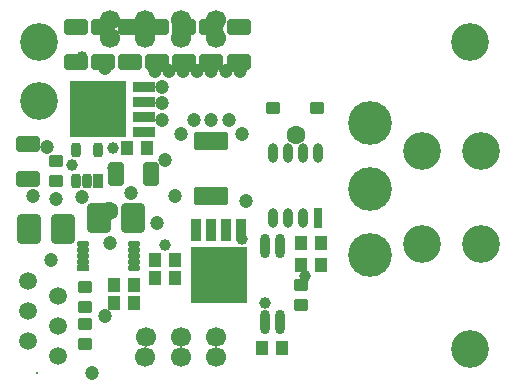
<source format=gbs>
G04 Layer_Color=16711935*
%FSLAX24Y24*%
%MOIN*%
G70*
G01*
G75*
%ADD26C,0.0394*%
%ADD28C,0.0591*%
G04:AMPARAMS|DCode=50|XSize=47.2mil|YSize=43.3mil|CornerRadius=8.4mil|HoleSize=0mil|Usage=FLASHONLY|Rotation=180.000|XOffset=0mil|YOffset=0mil|HoleType=Round|Shape=RoundedRectangle|*
%AMROUNDEDRECTD50*
21,1,0.0472,0.0266,0,0,180.0*
21,1,0.0305,0.0433,0,0,180.0*
1,1,0.0167,-0.0153,0.0133*
1,1,0.0167,0.0153,0.0133*
1,1,0.0167,0.0153,-0.0133*
1,1,0.0167,-0.0153,-0.0133*
%
%ADD50ROUNDEDRECTD50*%
%ADD55C,0.1457*%
%ADD56C,0.0079*%
%ADD57C,0.1260*%
%ADD58C,0.1260*%
%ADD59C,0.0472*%
%ADD60C,0.0630*%
%ADD61C,0.0669*%
G04:AMPARAMS|DCode=62|XSize=47.2mil|YSize=43.3mil|CornerRadius=8.4mil|HoleSize=0mil|Usage=FLASHONLY|Rotation=270.000|XOffset=0mil|YOffset=0mil|HoleType=Round|Shape=RoundedRectangle|*
%AMROUNDEDRECTD62*
21,1,0.0472,0.0266,0,0,270.0*
21,1,0.0305,0.0433,0,0,270.0*
1,1,0.0167,-0.0133,-0.0153*
1,1,0.0167,-0.0133,0.0153*
1,1,0.0167,0.0133,0.0153*
1,1,0.0167,0.0133,-0.0153*
%
%ADD62ROUNDEDRECTD62*%
%ADD63R,0.0729X0.0319*%
%ADD64R,0.1899X0.1859*%
G04:AMPARAMS|DCode=65|XSize=98.4mil|YSize=78.7mil|CornerRadius=12.8mil|HoleSize=0mil|Usage=FLASHONLY|Rotation=270.000|XOffset=0mil|YOffset=0mil|HoleType=Round|Shape=RoundedRectangle|*
%AMROUNDEDRECTD65*
21,1,0.0984,0.0532,0,0,270.0*
21,1,0.0728,0.0787,0,0,270.0*
1,1,0.0256,-0.0266,-0.0364*
1,1,0.0256,-0.0266,0.0364*
1,1,0.0256,0.0266,0.0364*
1,1,0.0256,0.0266,-0.0364*
%
%ADD65ROUNDEDRECTD65*%
G04:AMPARAMS|DCode=66|XSize=47.2mil|YSize=33.9mil|CornerRadius=10.4mil|HoleSize=0mil|Usage=FLASHONLY|Rotation=90.000|XOffset=0mil|YOffset=0mil|HoleType=Round|Shape=RoundedRectangle|*
%AMROUNDEDRECTD66*
21,1,0.0472,0.0130,0,0,90.0*
21,1,0.0264,0.0339,0,0,90.0*
1,1,0.0209,0.0065,0.0132*
1,1,0.0209,0.0065,-0.0132*
1,1,0.0209,-0.0065,-0.0132*
1,1,0.0209,-0.0065,0.0132*
%
%ADD66ROUNDEDRECTD66*%
%ADD67R,0.0339X0.0472*%
G04:AMPARAMS|DCode=68|XSize=78.7mil|YSize=53.2mil|CornerRadius=9.6mil|HoleSize=0mil|Usage=FLASHONLY|Rotation=180.000|XOffset=0mil|YOffset=0mil|HoleType=Round|Shape=RoundedRectangle|*
%AMROUNDEDRECTD68*
21,1,0.0787,0.0340,0,0,180.0*
21,1,0.0595,0.0532,0,0,180.0*
1,1,0.0192,-0.0298,0.0170*
1,1,0.0192,0.0298,0.0170*
1,1,0.0192,0.0298,-0.0170*
1,1,0.0192,-0.0298,-0.0170*
%
%ADD68ROUNDEDRECTD68*%
G04:AMPARAMS|DCode=69|XSize=78.7mil|YSize=53.2mil|CornerRadius=9.6mil|HoleSize=0mil|Usage=FLASHONLY|Rotation=270.000|XOffset=0mil|YOffset=0mil|HoleType=Round|Shape=RoundedRectangle|*
%AMROUNDEDRECTD69*
21,1,0.0787,0.0340,0,0,270.0*
21,1,0.0595,0.0532,0,0,270.0*
1,1,0.0192,-0.0170,-0.0298*
1,1,0.0192,-0.0170,0.0298*
1,1,0.0192,0.0170,0.0298*
1,1,0.0192,0.0170,-0.0298*
%
%ADD69ROUNDEDRECTD69*%
%ADD70O,0.0433X0.0197*%
%ADD71R,0.0433X0.0197*%
%ADD72R,0.0319X0.0729*%
%ADD73R,0.1859X0.1899*%
G04:AMPARAMS|DCode=74|XSize=114.2mil|YSize=63mil|CornerRadius=10.8mil|HoleSize=0mil|Usage=FLASHONLY|Rotation=0.000|XOffset=0mil|YOffset=0mil|HoleType=Round|Shape=RoundedRectangle|*
%AMROUNDEDRECTD74*
21,1,0.1142,0.0413,0,0,0.0*
21,1,0.0925,0.0630,0,0,0.0*
1,1,0.0217,0.0463,-0.0207*
1,1,0.0217,-0.0463,-0.0207*
1,1,0.0217,-0.0463,0.0207*
1,1,0.0217,0.0463,0.0207*
%
%ADD74ROUNDEDRECTD74*%
%ADD75O,0.0315X0.0669*%
%ADD76R,0.0315X0.0669*%
%ADD77O,0.0335X0.0807*%
G04:AMPARAMS|DCode=78|XSize=39.4mil|YSize=47.2mil|CornerRadius=7.9mil|HoleSize=0mil|Usage=FLASHONLY|Rotation=270.000|XOffset=0mil|YOffset=0mil|HoleType=Round|Shape=RoundedRectangle|*
%AMROUNDEDRECTD78*
21,1,0.0394,0.0315,0,0,270.0*
21,1,0.0236,0.0472,0,0,270.0*
1,1,0.0157,-0.0157,-0.0118*
1,1,0.0157,-0.0157,0.0118*
1,1,0.0157,0.0157,0.0118*
1,1,0.0157,0.0157,-0.0118*
%
%ADD78ROUNDEDRECTD78*%
D26*
X7756Y4843D02*
D03*
X3465Y7205D02*
D03*
X5197Y4646D02*
D03*
X2087Y7323D02*
D03*
X3465Y7874D02*
D03*
X9843Y3622D02*
D03*
X8530Y2730D02*
D03*
X2402Y10906D02*
D03*
D28*
X614Y3445D02*
D03*
Y1445D02*
D03*
Y2445D02*
D03*
X1614Y1945D02*
D03*
Y2945D02*
D03*
Y945D02*
D03*
D50*
X2520Y1358D02*
D03*
Y2028D02*
D03*
Y3248D02*
D03*
Y2579D02*
D03*
X1535Y6791D02*
D03*
Y7461D02*
D03*
X9724Y3327D02*
D03*
Y2657D02*
D03*
D55*
X12008Y8701D02*
D03*
Y6512D02*
D03*
Y4323D02*
D03*
D56*
X906Y394D02*
D03*
D57*
X15709Y4685D02*
D03*
X13740Y4685D02*
D03*
X15709Y7795D02*
D03*
X13740D02*
D03*
X984Y11417D02*
D03*
Y9449D02*
D03*
D58*
X15354Y11417D02*
D03*
Y1181D02*
D03*
D59*
X3189Y2283D02*
D03*
X5197Y7480D02*
D03*
X3189Y10551D02*
D03*
X4843Y10433D02*
D03*
X5315D02*
D03*
X6260D02*
D03*
X7205D02*
D03*
X5079Y8819D02*
D03*
Y9921D02*
D03*
Y9370D02*
D03*
X3346Y4724D02*
D03*
X1535Y6181D02*
D03*
X4055Y6378D02*
D03*
X2402Y6260D02*
D03*
X2756Y394D02*
D03*
X7874Y6102D02*
D03*
X5512Y6299D02*
D03*
X4921Y5394D02*
D03*
X1378Y4134D02*
D03*
X787Y6299D02*
D03*
X5787Y10433D02*
D03*
X6732D02*
D03*
X7677D02*
D03*
X7756Y8346D02*
D03*
X5709D02*
D03*
X6142Y8819D02*
D03*
X7323D02*
D03*
X6732D02*
D03*
X1260Y7913D02*
D03*
D60*
X3307Y5787D02*
D03*
X9567Y8307D02*
D03*
D61*
X6890Y12165D02*
D03*
X5709D02*
D03*
X4528D02*
D03*
X3346D02*
D03*
X4567Y1575D02*
D03*
X5709D02*
D03*
X6890D02*
D03*
Y906D02*
D03*
X5709D02*
D03*
X4528D02*
D03*
X5709Y11535D02*
D03*
X6890D02*
D03*
X4528D02*
D03*
X3346D02*
D03*
D62*
X3917Y7874D02*
D03*
X4587D02*
D03*
X5531Y4134D02*
D03*
X4862D02*
D03*
X5531Y3543D02*
D03*
X4862D02*
D03*
X3484Y2717D02*
D03*
X4154D02*
D03*
X3484Y3307D02*
D03*
X4154D02*
D03*
X10374Y4724D02*
D03*
X9705D02*
D03*
X10374Y3976D02*
D03*
X9705D02*
D03*
X9075Y1220D02*
D03*
X8406D02*
D03*
D63*
X4469Y8423D02*
D03*
Y8923D02*
D03*
Y9923D02*
D03*
Y9423D02*
D03*
D64*
X2965Y9173D02*
D03*
D65*
X4114Y5551D02*
D03*
X2972D02*
D03*
X1791Y5197D02*
D03*
X650D02*
D03*
D66*
X2579Y6772D02*
D03*
X2205D02*
D03*
X2953Y7807D02*
D03*
X2205D02*
D03*
D67*
X2953Y6772D02*
D03*
D68*
X630Y8031D02*
D03*
Y6850D02*
D03*
X7638Y11929D02*
D03*
Y10748D02*
D03*
X6732Y11929D02*
D03*
Y10748D02*
D03*
X5827Y11929D02*
D03*
Y10748D02*
D03*
X4921Y11929D02*
D03*
Y10748D02*
D03*
X4016Y11929D02*
D03*
Y10748D02*
D03*
X3110Y11929D02*
D03*
Y10748D02*
D03*
X2205Y11929D02*
D03*
Y10748D02*
D03*
D69*
X4724Y7008D02*
D03*
X3543D02*
D03*
D70*
X4150Y3898D02*
D03*
Y4094D02*
D03*
Y4291D02*
D03*
Y4488D02*
D03*
Y4685D02*
D03*
X2441Y4094D02*
D03*
Y4291D02*
D03*
Y4488D02*
D03*
Y4685D02*
D03*
D71*
Y3898D02*
D03*
D72*
X7718Y5138D02*
D03*
X7218D02*
D03*
X6719D02*
D03*
X6219D02*
D03*
D73*
X6969Y3634D02*
D03*
D74*
X6732Y8110D02*
D03*
Y6299D02*
D03*
D75*
X9776Y7717D02*
D03*
X10276D02*
D03*
X9776Y5551D02*
D03*
X9276Y7717D02*
D03*
X8776D02*
D03*
X9276Y5551D02*
D03*
X8776D02*
D03*
D76*
X10276D02*
D03*
D77*
X9030Y4616D02*
D03*
X8530D02*
D03*
X9030Y2077D02*
D03*
X8530D02*
D03*
D78*
X10256Y9213D02*
D03*
X8799D02*
D03*
M02*

</source>
